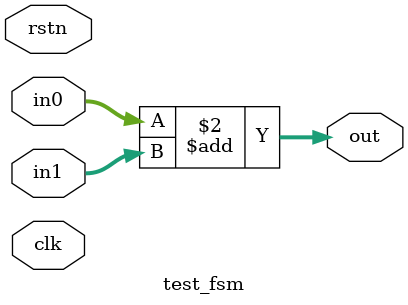
<source format=sv>
module test_fsm #(
  parameter BIT = 8
) (
  input  logic        clk,
  input  logic        rstn,
  input  logic [ 7:0] in0,
  input  logic [ 7:0] in1,
  output logic [ 7:0] out
);
  always_comb
    out = in0 + in1;
  always_ff @(posedge clk)
    begin
      a <= b;
    end
endmodule
</source>
